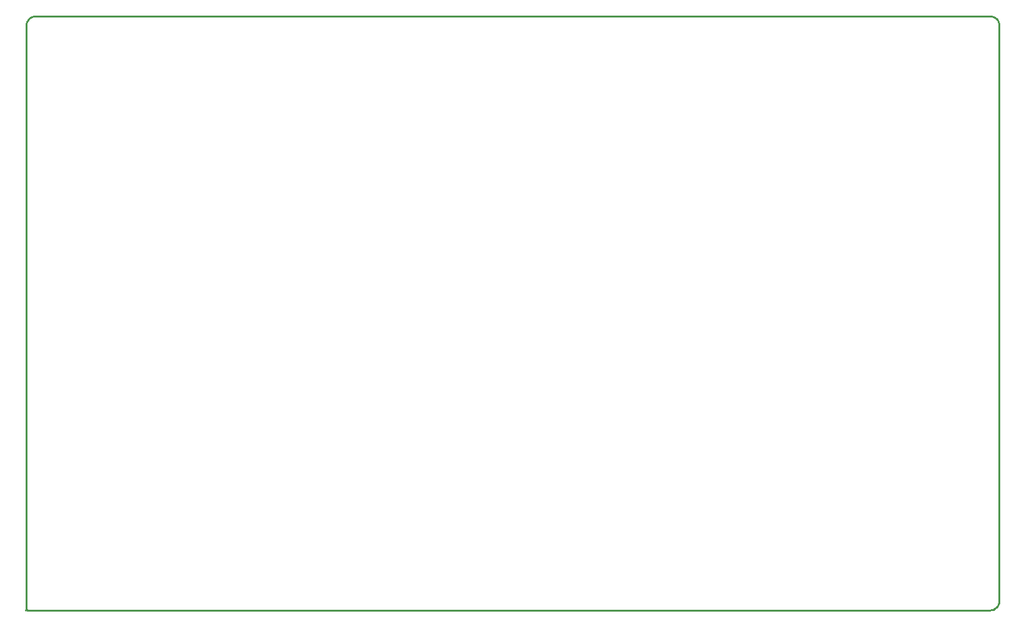
<source format=gko>
G04*
G04 #@! TF.GenerationSoftware,Altium Limited,Altium Designer,23.1.1 (15)*
G04*
G04 Layer_Color=16711935*
%FSLAX44Y44*%
%MOMM*%
G71*
G04*
G04 #@! TF.SameCoordinates,A47405D4-D89A-42E2-AEA3-1D05694959E9*
G04*
G04*
G04 #@! TF.FilePolarity,Positive*
G04*
G01*
G75*
%ADD47C,0.2540*%
D47*
X2540Y3810D02*
X3810Y2540D01*
X1308100D02*
X1310578Y2784D01*
X1312960Y3507D01*
X1315156Y4680D01*
X1317080Y6260D01*
X1318660Y8184D01*
X1319833Y10380D01*
X1320556Y12762D01*
X1320800Y15240D01*
Y795020D02*
X1320556Y797498D01*
X1319833Y799880D01*
X1318660Y802076D01*
X1317080Y804000D01*
X1315156Y805580D01*
X1312960Y806753D01*
X1310578Y807476D01*
X1308100Y807720D01*
X15240D02*
X12762Y807476D01*
X10380Y806753D01*
X8184Y805580D01*
X6260Y804000D01*
X4680Y802076D01*
X3507Y799880D01*
X2784Y797498D01*
X2540Y795020D01*
X1270Y2540D02*
X2540Y3810D01*
X3810Y2540D02*
X1308100D01*
X1320800Y15240D02*
Y795020D01*
X15240Y807720D02*
X1308100D01*
X2540Y3810D02*
Y795020D01*
M02*

</source>
